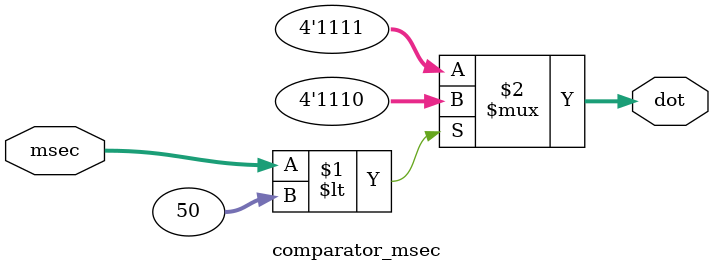
<source format=v>
`timescale 1ns / 1ps

module fnd_controller(
    input           clk, reset, sw_mode, 
    input           [1:0] dot,
    input           [6:0] msec, 
    input           [5:0] sec, minute, 
    input           [4:0] hour,
    output          [7:0] fnd_font,
    output          [3:0] fnd_comm
);
    wire            [3:0] w_bcd, w_digit_msec_1, w_digit_msec_10, w_digit_sec_1, w_digit_sec_10;
    wire            [3:0] w_digit_min_1, w_digit_min_10, w_digit_hour_1, w_digit_hour_10;
    wire            [3:0] w_seg_sel;
    wire            [3:0] w_dot;
    wire            w_clk_100Hz, w_dot_on, w_dot_off, w_clk_2Hz;
    wire            [3:0] w_msec_sec, w_hour_min;
    parameter       VDD = 4'hf, VSS = 0;


    clk_divider U_Clk_Divider(
        .clk        (clk),
        .reset      (reset),
        .o_clk      (w_clk_100Hz)
    );

    clk_gen #(
        .FCOUNT(100_000_000)
    ) U_CLK_Gen(
        .clk(clk), 
        .reset(reset),
        .o_clk(w_clk_2Hz)
    );
    
    counter_8 U_Counter_8(
        .clk        (w_clk_100Hz),
        .reset      (reset),
        .o_sel      (w_seg_sel)
    );

    decoder_3x8 U_Decoder_3x8(
        .seg_sel    (w_seg_sel),
        .seg_comm   (fnd_comm)
    );

    digit_splitter #(.BIT_WIDTH(7)) U_mSec_ds(
        .bcd        (msec),
        .digit_1    (w_digit_msec_1),
        .digit_10   (w_digit_msec_10)
    );

    digit_splitter #(.BIT_WIDTH(6)) U_Sec_ds(
        .bcd        (sec),
        .digit_1    (w_digit_sec_1),
        .digit_10   (w_digit_sec_10)
    );

    digit_splitter #(.BIT_WIDTH(6)) U_Minute_ds(
        .bcd        (minute),
        .digit_1    (w_digit_min_1),
        .digit_10   (w_digit_min_10)
    );

    digit_splitter #(.BIT_WIDTH(5)) U_Hour_ds(
        .bcd        (hour),
        .digit_1    (w_digit_hour_1),
        .digit_10   (w_digit_hour_10)
    );

    mux_8x1 U_MUX_8x1_Sec(
        .sel        (w_seg_sel),
        .x0         (w_digit_msec_1),
        .x1         (w_digit_msec_10),
        .x2         (w_digit_sec_1),
        .x3         (w_digit_sec_10),
        .x4         (VDD),
        .x5         (VDD),
        .x6         (w_dot),
        .x7         (VDD),
        .y          (w_msec_sec)
    );
    // assign w_dot_on = 4'hA | 4'hF;

    // if (dot == 1'b1) begin
    //     assign w_dot_on = 4'ha;
    // end else assign w_dot_on = 4'hf;

    mux_8x1 U_MUX_8x1_Hour(
        .sel        (w_seg_sel),
        .x0         (w_digit_min_1),
        .x1         (w_digit_min_10),
        .x2         (w_digit_hour_1),
        .x3         (w_digit_hour_10),
        .x4         (VDD),
        .x5         (VDD),
        .x6         (w_dot),
        .x7         (VDD),
        .y          (w_hour_min)
    );    

    comparator_msec U_Comp_dot(
    .msec(msec),
    .dot(w_dot)
    );

    mux_2x1 U_MUX_2x1_Mode(
        .sw_mode    (sw_mode),
        .msec_sec   (w_msec_sec),
        .min_hour   (w_hour_min),
        .bcd        (w_bcd)
    );
    wire    [7:0] w_seg;
    bcdtoseg U_bcdtoseg(
        .bcd        (w_bcd), // [7:0] sum 값
        .seg        (w_seg)
    );

    dot U_Dot(
        .seg(w_seg),
        .seg_sel(w_seg_sel),
        .w_clk_2Hz(w_clk_2Hz),
        .fnd_font(fnd_font)
    );  

endmodule

module dot (
    input           [2:0] seg_sel,
    input           [7:0] seg,
    input           w_clk_2Hz,
    output          reg [7:0] fnd_font
);
    always @(*) begin
        if (w_clk_2Hz == 1) begin
            if(seg_sel == 3'b010 || seg_sel == 3'b110) fnd_font = seg - 8'b10000000;
            else fnd_font = seg;
        end else fnd_font = seg;
    end         
endmodule

module bcdtoseg (
    input           [3:0] bcd, // [3:0] sum 값
    output          reg [7:0] seg
);
    // always 구문 출력으로 reg type를 가져야 한다
    always @(bcd) begin // 항상 대상(bcd)의 이벤트를 감시
        
        case (bcd)
            4'h0: seg = 8'hc0;
            4'h1: seg = 8'hf9;
            4'h2: seg = 8'ha4;
            4'h3: seg = 8'hb0;
            4'h4: seg = 8'h99;
            4'h5: seg = 8'h92;
            4'h6: seg = 8'h82;
            4'h7: seg = 8'hf8;
            4'h8: seg = 8'h80;
            4'h9: seg = 8'h90;
            4'ha: seg = 8'h88;
            // 4'ha: seg = 8'h7f; // dot
            4'hb: seg = 8'h83;
            4'hc: seg = 8'hc6;
            4'hd: seg = 8'ha1;
            4'he: seg = 8'h7f;
            // 4'hf: seg = 8'h8e;
            4'hf: seg = 8'hff;
            default: seg = 8'hff;
        endcase
    end
endmodule

module digit_splitter #(parameter BIT_WIDTH = 7)(
    input           [BIT_WIDTH - 1:0] bcd,
    output          [3:0] digit_1, digit_10
);
    
    assign          digit_1 = bcd % 10;
    assign          digit_10 = bcd / 10 % 10;
    
endmodule

module mux_8x1 (
    input           [2:0] sel,
    input           [3:0] x0, x1, x2, x3, x4, x5, x6, x7,
    output          reg [3:0] y
);
    always @(*) begin
        case (sel)
            3'b000: y = x0; 
            3'b001: y = x1; 
            3'b010: y = x2; 
            3'b011: y = x3; 
            3'b100: y = x4;
            3'b101: y = x5;
            3'b110: y = x6;
            3'b111: y = x7; 
            default: y = 4'hf;
        endcase
    end
endmodule

module mux_2x1 (
    input           sw_mode,
    input           [3:0] msec_sec, min_hour,
    output          reg [3:0] bcd
);

    always @(*) begin
        case (sw_mode)
            1'b0: bcd = msec_sec;
            1'b1: bcd = min_hour;
            default: bcd = 4'hf;
        endcase
    end
    
endmodule

module clk_divider #(parameter FCOUNT = 250_000)(
    input           clk, reset,
    output          o_clk
);
    reg             [$clog2(FCOUNT)-1:0] r_counter; // $clog2 : 숫자를 나타내는데 필요한 비트 수 계산
    reg             r_clk;

    assign          o_clk = r_clk;

    always @(posedge clk, posedge reset) begin
        if(reset) begin
            r_counter <= 0; // 리셋 상태
            r_clk <= 1'b0;
        end else begin
            if (r_counter == FCOUNT - 1) begin // clk divide 계산, 100MHz -> 100Hz
                r_counter <= 0;
                r_clk <= 1'b1; // r_clk을 99999999번째 posedge에 1로 바꿈 r_clk : 0->1
            end else begin
                r_counter <= r_counter + 1;
                r_clk <= 1'b0; // r_clk : 1->0 or 0으로 유지
            end
        end
    end
endmodule

module clk_gen #(parameter FCOUNT = 100_000_000)(
    input           clk, reset,
    output          o_clk
);
    reg             [$clog2(FCOUNT)-1:0] r_counter; // $clog2 : 숫자를 나타내는데 필요한 비트 수 계산
    reg             r_clk;

    assign          o_clk = r_clk;

    always @(posedge clk, posedge reset) begin
        if(reset) begin
            r_counter <= 0; // 리셋 상태
            r_clk <= 1'b0;
        end else begin
            if (r_counter == FCOUNT - 1) begin // clk divide 계산, 100MHz -> 100Hz
                r_counter <= 0;
                r_clk <= 1'b1; // r_clk을 99999999번째 posedge에 1로 바꿈 r_clk : 0->1
            end else if (r_counter == FCOUNT / 2)begin
                r_clk <= 1'b0;
                r_counter <= r_counter + 1;
            end
                else begin
                r_counter <= r_counter + 1;
            end
        end
    end
endmodule

module counter_8 (
    input           clk, reset,
    output          [2:0] o_sel
);
    reg             [2:0] r_counter;
    assign          o_sel = r_counter;

    always @(posedge clk, posedge reset) begin
        if (reset) begin
            r_counter <= 0;
        end      
        else begin
            r_counter <= r_counter + 1;
        end  
    end
    
endmodule

module decoder_3x8 (
    input           [2:0] seg_sel,
    output          reg [3:0] seg_comm
);

    // 3x8 decoder
    always @(*) begin
        case (seg_sel)
            3'b000 : seg_comm = 4'b1110;
            3'b001 : seg_comm = 4'b1101;
            3'b010 : seg_comm = 4'b1011;
            3'b011 : seg_comm = 4'b0111;
            3'b100 : seg_comm = 4'b1110;
            3'b101 : seg_comm = 4'b1101;
            3'b110 : seg_comm = 4'b1011;
            3'b111 : seg_comm = 4'b0111;
            default: seg_comm = 4'b1111;
        endcase
    end
    
endmodule


module comparator_msec (
    input           [6:0] msec,
    output          [3:0] dot
);
    assign          dot = (msec < 50) ? 4'he : 4'hf ; // dot on, off
endmodule

</source>
